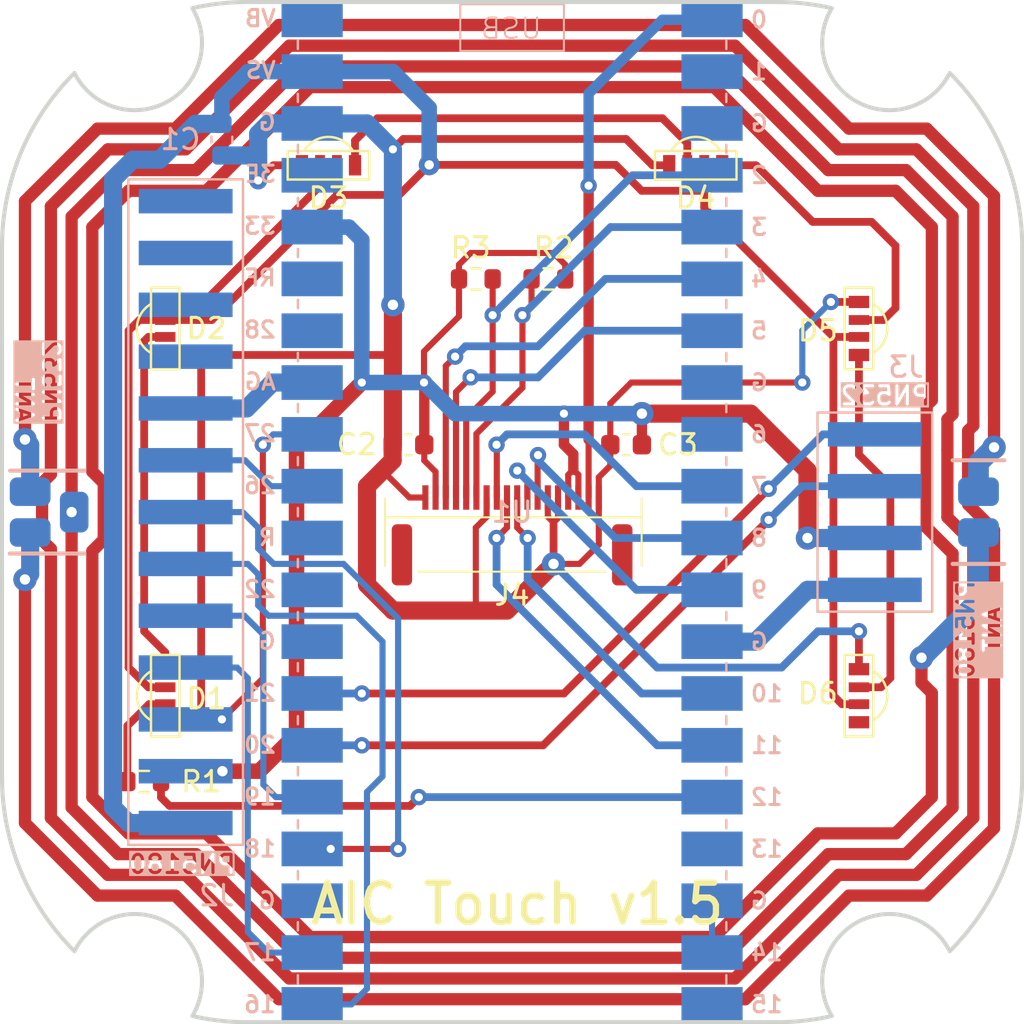
<source format=kicad_pcb>
(kicad_pcb (version 20221018) (generator pcbnew)
  (title_block (title "AIC Pico with PN5180"))
  (layers (0 "F.Cu" signal) (31 "B.Cu" signal) (34 "B.Paste" user) (35 "F.Paste" user) (36 "B.SilkS" user "B.Silkscreen") (37 "F.SilkS" user "F.Silkscreen") (38 "B.Mask" user) (39 "F.Mask" user) (44 "Edge.Cuts" user))
  (net 0 "")
  (net 1 "+5V")
  (net 2 "GND")
  (net 3 "+3V3")
  (net 4 "Net-(D1-In)")
  (net 5 "Net-(D1-Out)")
  (net 6 "Net-(D2-Out)")
  (net 7 "/RGB")
  (net 8 "Net-(D5-Out)")
  (net 10 "/LEDK")
  (net 11 "/D{slash}C")
  (net 12 "/CS")
  (net 13 "/SCK")
  (net 14 "/SDA")
  (net 15 "/RST")
  (net 16 "/TP_SCL")
  (net 17 "/TP_SDA")
  (net 18 "/TP_RST")
  (net 20 "/TP_INT")
  (net 22 "Net-(J3-SDA)")
  (net 23 "Net-(J3-SCL)")
  (net 28 "/ANT_1")
  (net 29 "Net-(J2-RST)")
  (net 30 "Net-(J2-NSS)")
  (net 31 "Net-(J2-MOSI)")
  (net 32 "Net-(J2-MISO)")
  (net 33 "Net-(J2-SCK)")
  (net 34 "Net-(J2-BUSY)")
  (net 39 "unconnected-(U1-GPIO6-Pad9)")
  (net 43 "Net-(D3-Out)")
  (net 44 "Net-(D4-Out)")
  (net 45 "Net-(U1-GPIO14)")
  (net 50 "/5180_GND")
  (net 51 "/532_GND")
  (net 52 "/ANT_2")
  (footprint "aic_pico:WS2812B-1204" (layer "F.Cu") (at 144.32 96.4 180)
    (fp_text reference "D4")
    (fp_text value "WS2812B_Unified" hide)
  )
  (footprint "aic_pico:WS2812B-1204" (layer "F.Cu") (at 152.32 104.4 90)
    (fp_text reference "D5")
    (fp_text value "WS2812B_Unified" hide)
  )
  (footprint "Resistor_SMD:R_0603_1608Metric" (layer "F.Cu") (at 137.098 101.97)
    (fp_text reference "R2")
    (fp_text value "2K" hide)
  )
  (footprint "aic_pico:WS2812B-1204" (layer "F.Cu") (at 126.32 96.4 180)
    (fp_text reference "D3")
    (fp_text value "WS2812B_Unified" hide)
  )
  (footprint "aic_pico:WS2812B-1204" (layer "F.Cu") (at 118.32 122.4 -90)
    (fp_text reference "D1")
    (fp_text value "WS2812B_Unified" hide)
  )
  (footprint "Capacitor_SMD:C_0603_1608Metric" (layer "F.Cu") (at 140.908 110.098 180)
    (fp_text reference "C3")
    (fp_text value "0.1uF" hide)
  )
  (footprint "Resistor_SMD:R_0603_1608Metric" (layer "F.Cu") (at 117.286 126.608)
    (fp_text reference "R1")
    (fp_text value "10" hide)
  )
  (footprint "Resistor_SMD:R_0603_1608Metric" (layer "F.Cu") (at 133.542 101.97 180)
    (fp_text reference "R3")
    (fp_text value "2K" hide)
  )
  (footprint "aic_pico:FPC-0.5-1.0H-18P" (layer "F.Cu") (at 135.32 114.035)
    (fp_text reference "J4")
    (fp_text value "Display" hide)
  )
  (footprint "Capacitor_SMD:C_0603_1608Metric" (layer "F.Cu") (at 130.24 110.098 180)
    (fp_text reference "C2")
    (fp_text value "0.1uF" hide)
  )
  (footprint "aic_pico:WS2812B-1204" (layer "F.Cu") (at 152.32 122.4 90)
    (fp_text reference "D6")
    (fp_text value "WS2812B_Unified" hide)
  )
  (footprint "aic_pico:WS2812B-1204" (layer "F.Cu") (at 118.32 104.4 -90)
    (fp_text reference "D2")
    (fp_text value "WS2812B_Unified" hide)
  )
  (footprint "aic_pico:ANT_2P" (layer "B.Cu") (at 158.18 113.4)
    (fp_text reference "J1" hide)
    (fp_text value "Antenna" hide)
  )
  (footprint "aic_pico:RPi_Pico_SMD_No_USB" (layer "B.Cu") (at 135.32 113.4 180)
    (fp_text reference "U1")
    (fp_text value "Pico")
  )
  (footprint "aic_pico:ANT_3P" (layer "B.Cu") (at 111.698 113.4)
    (fp_text reference "J5" hide)
    (fp_text value "Antenna" hide)
  )
  (footprint "aic_pico:pn5180_conn" (layer "B.Cu") (at 119.32 113.4)
    (fp_text reference "J2")
    (fp_text value "PN5180" hide)
  )
  (footprint "aic_pico:pn532_conn" (layer "B.Cu") (at 153.1 113.4)
    (fp_text reference "J3")
    (fp_text value "PN532" hide)
  )
  (footprint "Capacitor_SMD:C_0603_1608Metric" (layer "B.Cu") (at 121.096 95.144819 -90)
    (fp_text reference "C1")
    (fp_text value "0.1uF" hide)
  )
  (gr_line (start 148.32 138.399999) (end 122.32 138.399999) (stroke (width 0.2)) (layer "Edge.Cuts"))
  (gr_line (start 160.32 126.399999) (end 160.32 100.399999) (stroke (width 0.2)) (layer "Edge.Cuts"))
  (gr_arc (start 119.649044 88.701025) (mid 118.410332 93.29151) (end 113.870189 91.879395) (stroke (width 0.2)) (layer "Edge.Cuts"))
  (gr_arc (start 150.990956 138.098973) (mid 152.229668 133.508486) (end 156.769811 134.920603) (stroke (width 0.2)) (layer "Edge.Cuts"))
  (gr_arc (start 110.32 100.399999) (mid 111.243048 95.784684) (end 113.870189 91.879395) (stroke (width 0.2)) (layer "Edge.Cuts"))
  (gr_arc (start 113.870189 134.920603) (mid 111.243048 131.015314) (end 110.32 126.399999) (stroke (width 0.2)) (layer "Edge.Cuts"))
  (gr_arc (start 122.32 138.399999) (mid 120.976067 138.324505) (end 119.649044 138.098973) (stroke (width 0.2)) (layer "Edge.Cuts"))
  (gr_arc (start 156.769811 91.879395) (mid 159.396952 95.784684) (end 160.32 100.399999) (stroke (width 0.2)) (layer "Edge.Cuts"))
  (gr_arc (start 160.32 126.399999) (mid 159.396952 131.015314) (end 156.769811 134.920603) (stroke (width 0.2)) (layer "Edge.Cuts"))
  (gr_arc (start 156.769811 91.879395) (mid 152.229668 93.291511) (end 150.990956 88.701025) (stroke (width 0.2)) (layer "Edge.Cuts"))
  (gr_arc (start 150.990956 138.098973) (mid 149.663933 138.324505) (end 148.32 138.399999) (stroke (width 0.2)) (layer "Edge.Cuts"))
  (gr_arc (start 113.870189 134.920603) (mid 118.410332 133.508487) (end 119.649044 138.098973) (stroke (width 0.2)) (layer "Edge.Cuts"))
  (gr_line (start 148.32 88.399999) (end 122.32 88.399999) (stroke (width 0.2)) (layer "Edge.Cuts"))
  (gr_line (start 110.32 126.399999) (end 110.32 100.399999) (stroke (width 0.2)) (layer "Edge.Cuts"))
  (gr_arc (start 148.32 88.399999) (mid 149.663933 88.475493) (end 150.990956 88.701025) (stroke (width 0.2)) (layer "Edge.Cuts"))
  (gr_arc (start 119.649044 88.701025) (mid 120.976067 88.475493) (end 122.32 88.399999) (stroke (width 0.2)) (layer "Edge.Cuts"))
  (gr_text "PN5180\nANT" (at 159.332215 119.155317 90) (layer "B.SilkS" knockout) (effects (font (size 0.8128 0.8128) (thickness 0.1524) bold) (justify bottom mirror)))
  (gr_text "PN532\nANT" (at 110.936 109.082 270) (layer "B.SilkS" knockout) (effects (font (size 0.8128 0.8128) (thickness 0.1524) bold) (justify left bottom mirror)))
  (gr_text "PN532" (at 155.891601 108.214794) (layer "B.SilkS" knockout) (effects (font (size 0.889 0.889) (thickness 0.1524) bold) (justify left bottom mirror)))
  (gr_text "PN5180" (at 121.858 131.18) (layer "B.SilkS" knockout) (effects (font (size 0.889 0.889) (thickness 0.1524) bold) (justify left bottom mirror)))
  (gr_text "AIC Touch v1.5" (at 135.574 133.72) (layer "F.SilkS") (effects (font (size 1.905 1.778) (thickness 0.3048) bold) (justify bottom)))
  (segment (start 151.489052 122.815) (end 152.32 122.815) (width 0.381) (layer "F.Cu") (net 1))
  (segment (start 131.256 96.382) (end 140.4 96.382) (width 0.381) (layer "F.Cu") (net 1))
  (segment (start 141.67 97.652) (end 144.735 97.652) (width 0.381) (layer "F.Cu") (net 1))
  (segment (start 151.068 104.815) (end 152.32 104.815) (width 0.381) (layer "F.Cu") (net 1))
  (segment (start 151.068 122.393948) (end 151.489052 122.815) (width 0.381) (layer "F.Cu") (net 1))
  (segment (start 144.735 96.4) (end 144.735 98.482) (width 0.381) (layer "F.Cu") (net 1))
  (segment (start 129.783 97.855) (end 126.735 97.855) (width 0.381) (layer "F.Cu") (net 1))
  (segment (start 131.256 96.382) (end 129.783 97.855) (width 0.381) (layer "F.Cu") (net 1))
  (segment (start 118.32 103.985) (end 117.049 103.985) (width 0.381) (layer "F.Cu") (net 1))
  (segment (start 126.735 96.4) (end 126.735 97.855) (width 0.381) (layer "F.Cu") (net 1))
  (segment (start 126.735 97.855) (end 120.605 103.985) (width 0.381) (layer "F.Cu") (net 1))
  (segment (start 120.605 103.985) (end 118.32 103.985) (width 0.381) (layer "F.Cu") (net 1))
  (segment (start 140.4 96.382) (end 141.67 97.652) (width 0.381) (layer "F.Cu") (net 1))
  (segment (start 144.735 98.482) (end 151.068 104.815) (width 0.381) (layer "F.Cu") (net 1))
  (segment (start 117.489 121.985) (end 118.32 121.985) (width 0.381) (layer "F.Cu") (net 1))
  (segment (start 116.524 104.51) (end 116.524 121.02) (width 0.381) (layer "F.Cu") (net 1))
  (segment (start 151.068 104.815) (end 151.068 122.393948) (width 0.381) (layer "F.Cu") (net 1))
  (segment (start 117.049 103.985) (end 116.524 104.51) (width 0.381) (layer "F.Cu") (net 1))
  (segment (start 116.524 121.02) (end 117.489 121.985) (width 0.381) (layer "F.Cu") (net 1))
  (via (at 131.256 96.382) (size 1.016) (drill 0.4572) (layers "F.Cu" "B.Cu") (net 1))
  (segment (start 116.524 128.64) (end 115.762 127.878) (width 0.889) (layer "B.Cu") (net 1))
  (segment (start 119.806181 94.369819) (end 121.096 94.369819) (width 0.889) (layer "B.Cu") (net 1))
  (segment (start 122.366 91.81) (end 121.096 93.08) (width 0.762) (layer "B.Cu") (net 1))
  (segment (start 125.52 91.81) (end 122.366 91.81) (width 0.762) (layer "B.Cu") (net 1))
  (segment (start 119.32 128.64) (end 116.524 128.64) (width 0.889) (layer "B.Cu") (net 1))
  (segment (start 131.256 96.382) (end 131.256 93.588) (width 0.762) (layer "B.Cu") (net 1))
  (segment (start 131.256 93.588) (end 129.478 91.81) (width 0.762) (layer "B.Cu") (net 1))
  (segment (start 116.7272 96.128) (end 118.048 96.128) (width 0.889) (layer "B.Cu") (net 1))
  (segment (start 115.762 127.878) (end 115.762 97.0932) (width 0.889) (layer "B.Cu") (net 1))
  (segment (start 129.478 91.81) (end 125.52 91.81) (width 0.762) (layer "B.Cu") (net 1))
  (segment (start 118.048 96.128) (end 119.806181 94.369819) (width 0.889) (layer "B.Cu") (net 1))
  (segment (start 121.096 93.08) (end 121.096 94.369819) (width 0.762) (layer "B.Cu") (net 1))
  (segment (start 115.762 97.0932) (end 116.7272 96.128) (width 0.889) (layer "B.Cu") (net 1))
  (segment (start 118.32 123.7) (end 119.432 123.7) (width 0.381) (layer "F.Cu") (net 2))
  (segment (start 137.07 112.685) (end 137.07 113.626) (width 0.3) (layer "F.Cu") (net 2))
  (segment (start 133.542 114.162) (end 133.542 118.226) (width 0.3) (layer "F.Cu") (net 2))
  (segment (start 137.57 113.69) (end 137.352 113.908) (width 0.3) (layer "F.Cu") (net 2))
  (segment (start 129.986 95.112) (end 140.908 95.112) (width 0.381) (layer "F.Cu") (net 2))
  (segment (start 137.07 113.626) (end 137.352 113.908) (width 0.3) (layer "F.Cu") (net 2))
  (segment (start 131.07 112.685) (end 130.287 112.685) (width 0.3) (layer "F.Cu") (net 2))
  (segment (start 134.07 112.685) (end 134.07 113.634) (width 0.3) (layer "F.Cu") (net 2))
  (segment (start 119.432 123.7) (end 120.08 123.052) (width 0.381) (layer "F.Cu") (net 2))
  (segment (start 128.208 116.956) (end 128.208 112.13) (width 0.889) (layer "F.Cu") (net 2))
  (segment (start 118.32 105.7) (end 129.478 105.7) (width 0.381) (layer "F.Cu") (net 2))
  (segment (start 137.352 115.94) (end 138.622 115.94) (width 0.3) (layer "F.Cu") (net 2))
  (segment (start 123.618 96.4) (end 125.02 96.4) (width 0.381) (layer "F.Cu") (net 2))
  (segment (start 129.478 118.226) (end 135.066 118.226) (width 0.889) (layer "F.Cu") (net 2))
  (segment (start 140.908 95.112) (end 142.196 96.4) (width 0.381) (layer "F.Cu") (net 2))
  (segment (start 129.478 118.226) (end 128.208 116.956) (width 0.889) (layer "F.Cu") (net 2))
  (segment (start 137.352 115.94) (end 137.352 113.908) (width 0.381) (layer "F.Cu") (net 2))
  (segment (start 142.196 96.4) (end 143.02 96.4) (width 0.381) (layer "F.Cu") (net 2))
  (segment (start 134.07 113.634) (end 133.542 114.162) (width 0.3) (layer "F.Cu") (net 2))
  (segment (start 129.465 110.873) (end 129.465 110.098) (width 0.889) (layer "F.Cu") (net 2))
  (segment (start 139.57 111.69) (end 139.57 112.685) (width 0.3) (layer "F.Cu") (net 2))
  (segment (start 140.133 110.098) (end 140.133 111.127) (width 0.3) (layer "F.Cu") (net 2))
  (segment (start 129.478 95.62) (end 129.986 95.112) (width 0.381) (layer "F.Cu") (net 2))
  (segment (start 149.544 107.05) (end 141.162 107.05) (width 0.3) (layer "F.Cu") (net 2))
  (segment (start 139.57 114.992) (end 139.57 112.685) (width 0.3) (layer "F.Cu") (net 2))
  (segment (start 140.133 111.127) (end 139.57 111.69) (width 0.3) (layer "F.Cu") (net 2))
  (segment (start 122.874 97.144) (end 123.618 96.4) (width 0.381) (layer "F.Cu") (net 2))
  (segment (start 130.287 112.685) (end 128.97 111.368) (width 0.3) (layer "F.Cu") (net 2))
  (segment (start 150.945803 103.1) (end 152.32 103.1) (width 0.381) (layer "F.Cu") (net 2))
  (segment (start 135.066 118.226) (end 137.352 115.94) (width 0.889) (layer "F.Cu") (net 2))
  (segment (start 141.162 107.05) (end 140.133 108.079) (width 0.3) (layer "F.Cu") (net 2))
  (segment (start 137.57 112.685) (end 137.57 113.69) (width 0.3) (layer "F.Cu") (net 2))
  (segment (start 120.08 123.052) (end 120.08 105.7) (width 0.381) (layer "F.Cu") (net 2))
  (segment (start 152.32 119.242) (end 152.32 121.1) (width 0.381) (layer "F.Cu") (net 2))
  (segment (start 140.133 108.079) (end 140.133 110.098) (width 0.3) (layer "F.Cu") (net 2))
  (segment (start 129.478 110.085) (end 129.465 110.098) (width 0.5) (layer "F.Cu") (net 2))
  (segment (start 129.478 110.085) (end 129.478 103.24) (width 0.889) (layer "F.Cu") (net 2))
  (segment (start 128.208 112.13) (end 129.465 110.873) (width 0.889) (layer "F.Cu") (net 2))
  (segment (start 138.622 115.94) (end 139.57 114.992) (width 0.3) (layer "F.Cu") (net 2))
  (via (at 137.352 115.94) (size 1.143) (drill 0.508) (layers "F.Cu" "B.Cu") (net 2))
  (via (at 122.874 97.144) (size 0.8) (drill 0.4) (layers "F.Cu" "B.Cu") (net 2))
  (via (at 152.32 119.242) (size 0.8) (drill 0.4) (layers "F.Cu" "B.Cu") (net 2))
  (via (at 129.478 95.62) (size 0.8) (drill 0.4) (layers "F.Cu" "B.Cu") (net 2))
  (via (at 150.945803 103.1) (size 0.8) (drill 0.4) (layers "F.Cu" "B.Cu") (net 2))
  (via (at 149.544 107.05) (size 0.8) (drill 0.4) (layers "F.Cu" "B.Cu") (net 2))
  (via (at 129.478 103.24) (size 1.143) (drill 0.508) (layers "F.Cu" "B.Cu") (net 2))
  (segment (start 137.352 115.94) (end 142.432 121.02) (width 0.381) (layer "B.Cu") (net 2))
  (segment (start 122.874 95.919819) (end 121.096 95.919819) (width 0.889) (layer "B.Cu") (net 2))
  (segment (start 123.382 94.35) (end 125.52 94.35) (width 0.889) (layer "B.Cu") (net 2))
  (segment (start 142.432 121.02) (end 148.528 121.02) (width 0.381) (layer "B.Cu") (net 2))
  (segment (start 149.544 107.05) (end 149.544 104.501803) (width 0.3) (layer "B.Cu") (net 2))
  (segment (start 128.208 94.35) (end 125.52 94.35) (width 0.889) (layer "B.Cu") (net 2))
  (segment (start 129.478 103.24) (end 129.478 95.62) (width 0.889) (layer "B.Cu") (net 2))
  (segment (start 148.528 121.02) (end 150.306 119.242) (width 0.381) (layer "B.Cu") (net 2))
  (segment (start 122.874 97.144) (end 122.874 94.858) (width 0.889) (layer "B.Cu") (net 2))
  (segment (start 149.544 104.501803) (end 150.945803 103.1) (width 0.3) (layer "B.Cu") (net 2))
  (segment (start 122.874 94.858) (end 123.382 94.35) (width 0.889) (layer "B.Cu") (net 2))
  (segment (start 150.306 119.242) (end 152.32 119.242) (width 0.381) (layer "B.Cu") (net 2))
  (segment (start 129.478 95.62) (end 128.208 94.35) (width 0.889) (layer "B.Cu") (net 2))
  (segment (start 149.798 111.368) (end 149.798 114.67) (width 0.889) (layer "F.Cu") (net 3))
  (segment (start 147.004 108.574) (end 149.798 111.368) (width 0.889) (layer "F.Cu") (net 3))
  (segment (start 137.86 110.098) (end 137.86 108.574) (width 0.508) (layer "F.Cu") (net 3))
  (segment (start 131.015 110.098) (end 131.015 110.870119) (width 0.3) (layer "F.Cu") (net 3))
  (segment (start 121.1214 126.1) (end 122.9248 126.1) (width 0.762) (layer "F.Cu") (net 3))
  (segment (start 138.321409 111.321409) (end 138.07 111.572818) (width 0.3) (layer "F.Cu") (net 3))
  (segment (start 138.57 111.57) (end 138.57 112.685) (width 0.3) (layer "F.Cu") (net 3))
  (segment (start 138.321409 110.559409) (end 137.86 110.098) (width 0.508) (layer "F.Cu") (net 3))
  (segment (start 131.015 107.063) (end 131.015 110.098) (width 0.508) (layer "F.Cu") (net 3))
  (segment (start 131.015 110.870119) (end 131.57 111.425119) (width 0.3) (layer "F.Cu") (net 3))
  (segment (start 131.002 105.526) (end 132.717 103.811) (width 0.3) (layer "F.Cu") (net 3))
  (segment (start 141.683 108.574) (end 141.683 110.098) (width 0.508) (layer "F.Cu") (net 3))
  (segment (start 132.717 103.811) (end 132.717 101.97) (width 0.3) (layer "F.Cu") (net 3))
  (segment (start 138.321409 111.321409) (end 138.57 111.57) (width 0.3) (layer "F.Cu") (net 3))
  (segment (start 122.9248 126.1) (end 124.7536 124.2712) (width 0.762) (layer "F.Cu") (net 3))
  (segment (start 124.7536 110.2504) (end 127.954 107.05) (width 0.762) (layer "F.Cu") (net 3))
  (segment (start 131.002 107.05) (end 131.002 105.526) (width 0.3) (layer "F.Cu") (net 3))
  (segment (start 133.288 100.7) (end 137.352 100.7) (width 0.3) (layer "F.Cu") (net 3))
  (segment (start 137.352 100.7) (end 137.923 101.271) (width 0.3) (layer "F.Cu") (net 3))
  (segment (start 138.07 111.572818) (end 138.07 112.685) (width 0.3) (layer "F.Cu") (net 3))
  (segment (start 124.7536 124.2712) (end 124.7536 110.2504) (width 0.762) (layer "F.Cu") (net 3))
  (segment (start 137.923 101.271) (end 137.923 101.97) (width 0.3) (layer "F.Cu") (net 3))
  (segment (start 141.683 108.574) (end 147.004 108.574) (width 0.889) (layer "F.Cu") (net 3))
  (segment (start 131.57 111.425119) (end 131.57 112.685) (width 0.3) (layer "F.Cu") (net 3))
  (segment (start 132.717 101.271) (end 133.288 100.7) (width 0.3) (layer "F.Cu") (net 3))
  (segment (start 131.002 107.05) (end 131.015 107.063) (width 0.3) (layer "F.Cu") (net 3))
  (segment (start 132.717 101.97) (end 132.717 101.271) (width 0.3) (layer "F.Cu") (net 3))
  (segment (start 138.321409 111.321409) (end 138.321409 110.559409) (width 0.508) (layer "F.Cu") (net 3))
  (via (at 137.86 108.574) (size 0.8) (drill 0.4) (layers "F.Cu" "B.Cu") (net 3))
  (via (at 141.683 108.574) (size 1.143) (drill 0.508) (layers "F.Cu" "B.Cu") (net 3))
  (via (at 149.798 114.67) (size 1.143) (drill 0.508) (layers "F.Cu" "B.Cu") (net 3))
  (via (at 127.954 107.05) (size 0.8) (drill 0.4) (layers "F.Cu" "B.Cu") (net 3))
  (via (at 131.002 107.05) (size 0.8) (drill 0.4) (layers "F.Cu" "B.Cu") (net 3))
  (via (at 121.1214 126.1) (size 1.016) (drill 0.508) (layers "F.Cu" "B.Cu") (net 3))
  (segment (start 127.954 100.065) (end 127.319 99.43) (width 0.762) (layer "B.Cu") (net 3))
  (segment (start 127.319 99.43) (end 125.52 99.43) (width 0.762) (layer "B.Cu") (net 3))
  (segment (start 132.526 108.574) (end 131.002 107.05) (width 0.762) (layer "B.Cu") (net 3))
  (segment (start 131.002 107.05) (end 127.954 107.05) (width 0.762) (layer "B.Cu") (net 3))
  (segment (start 127.954 107.05) (end 127.954 100.065) (width 0.762) (layer "B.Cu") (net 3))
  (segment (start 149.798 114.67) (end 153.1 114.67) (width 0.889) (layer "B.Cu") (net 3))
  (segment (start 141.683 108.574) (end 132.526 108.574) (width 0.762) (layer "B.Cu") (net 3))
  (segment (start 116.461 123.877) (end 117.523 122.815) (width 0.381) (layer "F.Cu") (net 4))
  (segment (start 116.461 126.608) (end 116.461 123.877) (width 0.381) (layer "F.Cu") (net 4))
  (segment (start 117.523 122.815) (end 118.32 122.815) (width 0.381) (layer "F.Cu") (net 4))
  (segment (start 117.286 105.018) (end 117.489 104.815) (width 0.381) (layer "F.Cu") (net 5))
  (segment (start 117.489 104.815) (end 118.32 104.815) (width 0.381) (layer "F.Cu") (net 5))
  (segment (start 118.32 121.1) (end 118.32 120.276) (width 0.381) (layer "F.Cu") (net 5))
  (segment (start 118.32 120.276) (end 117.286 119.242) (width 0.381) (layer "F.Cu") (net 5))
  (segment (start 117.286 119.242) (end 117.286 105.018) (width 0.381) (layer "F.Cu") (net 5))
  (segment (start 125.905 97.415) (end 125.905 96.4) (width 0.381) (layer "F.Cu") (net 6))
  (segment (start 120.22 103.1) (end 125.905 97.415) (width 0.381) (layer "F.Cu") (net 6))
  (segment (start 118.32 103.1) (end 120.22 103.1) (width 0.381) (layer "F.Cu") (net 6))
  (segment (start 118.111 127.3822) (end 118.111 126.608) (width 0.381) (layer "F.Cu") (net 7))
  (segment (start 130.748 127.37) (end 130.3162 127.8018) (width 0.381) (layer "F.Cu") (net 7))
  (segment (start 118.5306 127.8018) (end 118.111 127.3822) (width 0.381) (layer "F.Cu") (net 7))
  (segment (start 130.3162 127.8018) (end 118.5306 127.8018) (width 0.381) (layer "F.Cu") (net 7))
  (via (at 130.748 127.37) (size 0.8) (drill 0.4) (layers "F.Cu" "B.Cu") (net 7))
  (segment (start 130.748 127.37) (end 145.12 127.37) (width 0.381) (layer "B.Cu") (net 7))
  (segment (start 152.32 110.588) (end 153.862 112.13) (width 0.381) (layer "F.Cu") (net 8))
  (segment (start 152.32 105.7) (end 152.32 110.588) (width 0.381) (layer "F.Cu") (net 8))
  (segment (start 153.862 121.528) (end 153.405 121.985) (width 0.381) (layer "F.Cu") (net 8))
  (segment (start 153.405 121.985) (end 152.32 121.985) (width 0.381) (layer "F.Cu") (net 8))
  (segment (start 153.862 112.13) (end 153.862 121.528) (width 0.381) (layer "F.Cu") (net 8))
  (segment (start 139.07 109.844) (end 139.07 112.685) (width 0.3) (layer "F.Cu") (net 10))
  (segment (start 139.07 97.398) (end 139.07 109.844) (width 0.508) (layer "F.Cu") (net 10))
  (via (at 139.07 97.398) (size 0.8) (drill 0.4) (layers "F.Cu" "B.Cu") (net 10))
  (segment (start 139.07 92.886) (end 142.686 89.27) (width 0.508) (layer "B.Cu") (net 10))
  (segment (start 142.686 89.27) (end 145.12 89.27) (width 0.508) (layer "B.Cu") (net 10))
  (segment (start 139.07 97.398) (end 139.07 92.886) (width 0.508) (layer "B.Cu") (net 10))
  (segment (start 136.57 110.626) (end 136.57 112.685) (width 0.3) (layer "F.Cu") (net 11))
  (segment (start 136.59 110.606) (end 136.57 110.626) (width 0.3) (layer "F.Cu") (net 11))
  (via (at 136.59 110.606) (size 0.8) (drill 0.4) (layers "F.Cu" "B.Cu") (net 11))
  (segment (start 140.38 114.67) (end 145.12 114.67) (width 0.381) (layer "B.Cu") (net 11))
  (segment (start 136.59 110.606) (end 136.59 110.88) (width 0.381) (layer "B.Cu") (net 11))
  (segment (start 136.59 110.88) (end 140.38 114.67) (width 0.381) (layer "B.Cu") (net 11))
  (segment (start 136.07 112.685) (end 136.07 111.864) (width 0.3) (layer "F.Cu") (net 12))
  (segment (start 136.07 111.864) (end 135.574 111.368) (width 0.3) (layer "F.Cu") (net 12))
  (via (at 135.574 111.368) (size 0.8) (drill 0.4) (layers "F.Cu" "B.Cu") (net 12))
  (segment (start 141.416 117.21) (end 145.12 117.21) (width 0.381) (layer "B.Cu") (net 12))
  (segment (start 135.574 111.368) (end 141.416 117.21) (width 0.381) (layer "B.Cu") (net 12))
  (segment (start 136.082 114.67) (end 135.57 114.158) (width 0.3) (layer "F.Cu") (net 13))
  (segment (start 135.57 114.158) (end 135.57 112.685) (width 0.3) (layer "F.Cu") (net 13))
  (via (at 136.082 114.67) (size 0.8) (drill 0.4) (layers "F.Cu" "B.Cu") (net 13))
  (segment (start 141.67 122.29) (end 145.12 122.29) (width 0.381) (layer "B.Cu") (net 13))
  (segment (start 136.082 114.67) (end 136.082 116.702) (width 0.381) (layer "B.Cu") (net 13))
  (segment (start 136.082 116.702) (end 141.67 122.29) (width 0.381) (layer "B.Cu") (net 13))
  (segment (start 135.07 114.158) (end 135.07 112.685) (width 0.3) (layer "F.Cu") (net 14))
  (segment (start 134.558 114.67) (end 135.07 114.158) (width 0.3) (layer "F.Cu") (net 14))
  (via (at 134.558 114.67) (size 0.8) (drill 0.4) (layers "F.Cu" "B.Cu") (net 14))
  (segment (start 142.432 124.83) (end 145.12 124.83) (width 0.381) (layer "B.Cu") (net 14))
  (segment (start 134.558 116.956) (end 142.432 124.83) (width 0.381) (layer "B.Cu") (net 14))
  (segment (start 134.558 114.67) (end 134.558 116.956) (width 0.381) (layer "B.Cu") (net 14))
  (segment (start 134.57 110.11) (end 134.57 112.685) (width 0.3) (layer "F.Cu") (net 15))
  (segment (start 134.558 110.098) (end 134.57 110.11) (width 0.3) (layer "F.Cu") (net 15))
  (via (at 134.558 110.098) (size 0.8) (drill 0.4) (layers "F.Cu" "B.Cu") (net 15))
  (segment (start 135.066 109.59) (end 138.876 109.59) (width 0.381) (layer "B.Cu") (net 15))
  (segment (start 134.558 110.098) (end 135.066 109.59) (width 0.381) (layer "B.Cu") (net 15))
  (segment (start 138.876 109.59) (end 141.416 112.13) (width 0.381) (layer "B.Cu") (net 15))
  (segment (start 141.416 112.13) (end 145.12 112.13) (width 0.381) (layer "B.Cu") (net 15))
  (segment (start 135.828 103.748) (end 136.273 103.303) (width 0.3) (layer "F.Cu") (net 16))
  (segment (start 135.828 107.304) (end 133.57 109.562) (width 0.3) (layer "F.Cu") (net 16))
  (segment (start 135.828 103.748) (end 135.828 107.304) (width 0.3) (layer "F.Cu") (net 16))
  (segment (start 133.57 109.562) (end 133.57 112.685) (width 0.3) (layer "F.Cu") (net 16))
  (segment (start 136.273 103.303) (end 136.273 101.97) (width 0.3) (layer "F.Cu") (net 16))
  (via (at 135.828 103.748) (size 0.8) (drill 0.4) (layers "F.Cu" "B.Cu") (net 16))
  (segment (start 135.828 103.748) (end 140.146 99.43) (width 0.381) (layer "B.Cu") (net 16))
  (segment (start 140.146 99.43) (end 145.12 99.43) (width 0.381) (layer "B.Cu") (net 16))
  (segment (start 134.367 103.748) (end 134.367 107.495) (width 0.3) (layer "F.Cu") (net 17))
  (segment (start 134.367 107.495) (end 133.07 108.792) (width 0.3) (layer "F.Cu") (net 17))
  (segment (start 133.07 108.792) (end 133.07 112.685) (width 0.3) (layer "F.Cu") (net 17))
  (segment (start 134.367 103.748) (end 134.367 101.97) (width 0.3) (layer "F.Cu") (net 17))
  (via (at 134.367 103.748) (size 0.8) (drill 0.4) (layers "F.Cu" "B.Cu") (net 17))
  (segment (start 141.225 96.89) (end 145.12 96.89) (width 0.381) (layer "B.Cu") (net 17))
  (segment (start 134.367 103.748) (end 141.225 96.89) (width 0.381) (layer "B.Cu") (net 17))
  (segment (start 133.288 106.796) (end 132.57 107.514) (width 0.3) (layer "F.Cu") (net 18))
  (segment (start 132.57 107.514) (end 132.57 112.685) (width 0.3) (layer "F.Cu") (net 18))
  (via (at 133.288 106.796) (size 0.8) (drill 0.4) (layers "F.Cu" "B.Cu") (net 18))
  (segment (start 133.288 106.796) (end 136.59 106.796) (width 0.381) (layer "B.Cu") (net 18))
  (segment (start 136.59 106.796) (end 138.876 104.51) (width 0.381) (layer "B.Cu") (net 18))
  (segment (start 138.876 104.51) (end 145.12 104.51) (width 0.381) (layer "B.Cu") (net 18))
  (segment (start 132.07 106.236) (end 132.07 112.685) (width 0.3) (layer "F.Cu") (net 20))
  (segment (start 132.526 105.78) (end 132.07 106.236) (width 0.3) (layer "F.Cu") (net 20))
  (via (at 132.526 105.78) (size 0.8) (drill 0.4) (layers "F.Cu" "B.Cu") (net 20))
  (segment (start 133.034 105.272) (end 136.59 105.272) (width 0.381) (layer "B.Cu") (net 20))
  (segment (start 132.526 105.78) (end 133.034 105.272) (width 0.381) (layer "B.Cu") (net 20))
  (segment (start 139.892 101.97) (end 145.12 101.97) (width 0.381) (layer "B.Cu") (net 20))
  (segment (start 136.59 105.272) (end 139.892 101.97) (width 0.381) (layer "B.Cu") (net 20))
  (segment (start 136.844 124.83) (end 127.954 124.83) (width 0.381) (layer "F.Cu") (net 22))
  (segment (start 147.893 113.781) (end 136.844 124.83) (width 0.381) (layer "F.Cu") (net 22))
  (via (at 147.893 113.781) (size 0.8) (drill 0.4) (layers "F.Cu" "B.Cu") (net 22))
  (via (at 127.954 124.83) (size 0.8) (drill 0.4) (layers "F.Cu" "B.Cu") (net 22))
  (segment (start 149.544 112.13) (end 153.1 112.13) (width 0.381) (layer "B.Cu") (net 22))
  (segment (start 125.52 124.83) (end 127.954 124.83) (width 0.381) (layer "B.Cu") (net 22))
  (segment (start 147.893 113.781) (end 149.544 112.13) (width 0.381) (layer "B.Cu") (net 22))
  (segment (start 147.893 112.257) (end 137.86 122.29) (width 0.381) (layer "F.Cu") (net 23))
  (segment (start 137.86 122.29) (end 127.954 122.29) (width 0.381) (layer "F.Cu") (net 23))
  (via (at 127.954 122.29) (size 0.8) (drill 0.4) (layers "F.Cu" "B.Cu") (net 23))
  (via (at 147.893 112.257) (size 0.8) (drill 0.4) (layers "F.Cu" "B.Cu") (net 23))
  (segment (start 125.52 122.29) (end 127.954 122.29) (width 0.381) (layer "B.Cu") (net 23))
  (segment (start 150.56 109.59) (end 153.1 109.59) (width 0.381) (layer "B.Cu") (net 23))
  (segment (start 147.893 112.257) (end 150.56 109.59) (width 0.381) (layer "B.Cu") (net 23))
  (segment (start 112.714 98.414) (end 112.714 111.5458) (width 0.6) (layer "F.Cu") (net 28))
  (segment (start 111.444 128.64) (end 111.444 116.702) (width 0.6) (layer "F.Cu") (net 28))
  (segment locked (start 150.306 97.652) (end 154.116 97.652) (width 0.6) (layer "F.Cu") (net 28))
  (segment (start 155.64 109.844) (end 155.64 108.1676) (width 0.6) (layer "F.Cu") (net 28))
  (segment locked (start 154.116 129.148) (end 150.306 129.148) (width 0.6) (layer "F.Cu") (net 28))
  (segment (start 112.714 115.2034) (end 112.714 128.386) (width 0.6) (layer "F.Cu") (net 28))
  (segment locked (start 116.016 96.636) (end 119.826 96.636) (width 0.6) (layer "F.Cu") (net 28))
  (segment locked (start 145.226 134.228) (end 125.414 134.228) (width 0.6) (layer "F.Cu") (net 28))
  (segment (start 112.2822 111.9776) (end 112.2822 114.7716) (width 0.6) (layer "F.Cu") (net 28))
  (segment locked (start 156.656 110.352) (end 156.656 113.654) (width 0.6) (layer "F.Cu") (net 28))
  (segment locked (start 158.942 114.289) (end 158.942 128.894) (width 0.6) (layer "F.Cu") (net 28))
  (segment locked (start 114.746 99.43) (end 116.524 97.652) (width 0.6) (layer "F.Cu") (net 28))
  (segment (start 155.64 108.1676) (end 155.894 107.9136) (width 0.6) (layer "F.Cu") (net 28))
  (segment (start 114.746 111.4188) (end 115.3048 111.9776) (width 0.6) (layer "F.Cu") (net 28))
  (segment locked (start 151.83 132.196) (end 146.75 137.276) (width 0.6) (layer "F.Cu") (net 28))
  (segment locked (start 112.714 98.414) (end 115.508 95.62) (width 0.6) (layer "F.Cu") (net 28))
  (segment locked (start 119.318 131.18) (end 115.508 131.18) (width 0.6) (layer "F.Cu") (net 28))
  (segment locked (start 157.926 114.924) (end 157.926 128.386) (width 0.6) (layer "F.Cu") (net 28))
  (segment (start 114.746 115.305) (end 114.746 127.37) (width 0.6) (layer "F.Cu") (net 28))
  (segment locked (start 156.91 127.878) (end 154.624 130.164) (width 0.6) (layer "F.Cu") (net 28))
  (segment locked (start 119.318 95.62) (end 124.398 90.54) (width 0.6) (layer "F.Cu") (net 28))
  (segment (start 114.746 99.43) (end 114.746 111.4188) (width 0.6) (layer "F.Cu") (net 28))
  (segment locked (start 145.226 92.572) (end 150.306 97.652) (width 0.6) (layer "F.Cu") (net 28))
  (segment locked (start 146.242 136.26) (end 124.398 136.26) (width 0.6) (layer "F.Cu") (net 28))
  (segment locked (start 124.906 91.556) (end 145.734 91.556) (width 0.6) (layer "F.Cu") (net 28))
  (segment (start 156.91 98.922) (end 156.91 108.5994) (width 0.6) (layer "F.Cu") (net 28))
  (segment locked (start 154.624 130.164) (end 150.814 130.164) (width 0.6) (layer "F.Cu") (net 28))
  (segment locked (start 150.814 96.636) (end 154.624 96.636) (width 0.6) (layer "F.Cu") (net 28))
  (segment locked (start 155.64 114.162) (end 156.91 115.432) (width 0.6) (layer "F.Cu") (net 28))
  (segment locked (start 155.64 109.844) (end 155.64 114.162) (width 0.6) (layer "F.Cu") (net 28))
  (segment (start 111.698 128.894) (end 111.444 128.64) (width 0.6) (layer "F.Cu") (net 28))
  (segment locked (start 116.524 97.652) (end 120.334 97.652) (width 0.6) (layer "F.Cu") (net 28))
  (segment locked (start 125.414 92.572) (end 145.226 92.572) (width 0.6) (layer "F.Cu") (net 28))
  (segment (start 157.672 109.4122) (end 157.926 109.1582) (width 0.6) (layer "F.Cu") (net 28))
  (segment locked (start 155.132 95.62) (end 157.926 98.414) (width 0.6) (layer "F.Cu") (net 28))
  (segment locked (start 158.942 128.894) (end 155.64 132.196) (width 0.6) (layer "F.Cu") (net 28))
  (segment locked (start 156.656 113.654) (end 157.926 114.924) (width 0.6) (layer "F.Cu") (net 28))
  (segment locked (start 150.814 130.164) (end 145.734 135.244) (width 0.6) (layer "F.Cu") (net 28))
  (segment locked (start 156.91 115.432) (end 156.91 127.878) (width 0.6) (layer "F.Cu") (net 28))
  (segment locked (start 120.334 97.652) (end 125.414 92.572) (width 0.6) (layer "F.Cu") (net 28))
  (segment locked (start 155.64 132.196) (end 151.83 132.196) (width 0.6) (layer "F.Cu") (net 28))
  (segment (start 112.2822 114.7716) (end 112.714 115.2034) (width 0.6) (layer "F.Cu") (net 28))
  (segment locked (start 154.116 97.652) (end 155.894 99.43) (width 0.6) (layer "F.Cu") (net 28))
  (segment locked (start 115 132.196) (end 111.698 128.894) (width 0.6) (layer "F.Cu") (net 28))
  (segment locked (start 120.334 129.148) (end 116.524 129.148) (width 0.6) (layer "F.Cu") (net 28))
  (segment locked (start 119.826 96.636) (end 124.906 91.556) (width 0.6) (layer "F.Cu") (net 28))
  (segment (start 156.656 110.352) (end 156.656 108.8534) (width 0.6) (layer "F.Cu") (net 28))
  (segment (start 115.3048 114.7462) (end 114.746 115.305) (width 0.6) (layer "F.Cu") (net 28))
  (segment (start 115.3048 111.9776) (end 115.3048 114.7462) (width 0.6) (layer "F.Cu") (net 28))
  (segment locked (start 151.322 95.62) (end 155.132 95.62) (width 0.6) (layer "F.Cu") (net 28))
  (segment locked (start 116.524 129.148) (end 114.746 127.37) (width 0.6) (layer "F.Cu") (net 28))
  (segment locked (start 151.322 131.18) (end 146.242 136.26) (width 0.6) (layer "F.Cu") (net 28))
  (segment locked (start 124.398 90.54) (end 146.242 90.54) (width 0.6) (layer "F.Cu") (net 28))
  (segment locked (start 116.016 130.164) (end 113.73 127.878) (width 0.6) (layer "F.Cu") (net 28))
  (segment (start 113.73 98.922) (end 113.73 127.878) (width 0.6) (layer "F.Cu") (net 28))
  (segment (start 155.386 121.7566) (end 155.894 122.2646) (width 0.6) (layer "F.Cu") (net 28))
  (segment locked (start 146.242 90.54) (end 151.322 95.62) (width 0.6) (layer "F.Cu") (net 28))
  (segment (start 156.656 108.8534) (end 156.91 108.5994) (width 0.6) (layer "F.Cu") (net 28))
  (segment locked (start 154.624 96.636) (end 156.91 98.922) (width 0.6) (layer "F.Cu") (net 28))
  (segment locked (start 125.414 134.228) (end 120.334 129.148) (width 0.6) (layer "F.Cu") (net 28))
  (segment (start 157.672 110.86) (end 157.672 109.4122) (width 0.6) (layer "F.Cu") (net 28))
  (segment locked (start 119.826 130.164) (end 116.016 130.164) (width 0.6) (layer "F.Cu") (net 28))
  (segment (start 155.894 99.43) (end 155.894 107.9136) (width 0.6) (layer "F.Cu") (net 28))
  (segment (start 155.894 122.2646) (end 155.894 127.37) (width 0.6) (layer "F.Cu") (net 28))
  (segment (start 112.714 111.5458) (end 112.2822 111.9776) (width 0.6) (layer "F.Cu") (net 28))
  (segment locked (start 150.306 129.148) (end 145.226 134.228) (width 0.6) (layer "F.Cu") (net 28))
  (segment locked (start 118.81 132.196) (end 115 132.196) (width 0.6) (layer "F.Cu") (net 28))
  (segment locked (start 157.672 113.019) (end 158.942 114.289) (width 0.6) (layer "F.Cu") (net 28))
  (segment locked (start 145.734 91.556) (end 150.814 96.636) (width 0.6) (layer "F.Cu") (net 28))
  (segment (start 157.926 109.1582) (end 157.926 98.414) (width 0.6) (layer "F.Cu") (net 28))
  (segment locked (start 113.73 98.922) (end 116.016 96.636) (width 0.6) (layer "F.Cu") (net 28))
  (segment locked (start 115.508 131.18) (end 112.714 128.386) (width 0.6) (layer "F.Cu") (net 28))
  (segment locked (start 124.398 136.26) (end 119.318 131.18) (width 0.6) (layer "F.Cu") (net 28))
  (segment (start 157.672 110.86) (end 157.672 113.019) (width 0.6) (layer "F.Cu") (net 28))
  (segment locked (start 155.894 127.37) (end 154.116 129.148) (width 0.6) (layer "F.Cu") (net 28))
  (segment locked (start 157.926 128.386) (end 155.132 131.18) (width 0.6) (layer "F.Cu") (net 28))
  (segment locked (start 146.75 137.276) (end 123.89 137.276) (width 0.6) (layer "F.Cu") (net 28))
  (segment locked (start 145.734 135.244) (end 124.906 135.244) (width 0.6) (layer "F.Cu") (net 28))
  (segment locked (start 124.906 135.244) (end 119.826 130.164) (width 0.6) (layer "F.Cu") (net 28))
  (segment locked (start 115.508 95.62) (end 119.318 95.62) (width 0.6) (layer "F.Cu") (net 28))
  (segment (start 155.386 120.5374) (end 155.386 121.7566) (width 0.6) (layer "F.Cu") (net 28))
  (segment locked (start 123.89 137.276) (end 118.81 132.196) (width 0.6) (layer "F.Cu") (net 28))
  (segment locked (start 155.132 131.18) (end 151.322 131.18) (width 0.6) (layer "F.Cu") (net 28))
  (via (at 111.444 116.702) (size 1.143) (drill 0.508) (layers "F.Cu" "B.Cu") (net 28))
  (via (at 155.386 120.5374) (size 1.143) (drill 0.508) (layers "F.Cu" "B.Cu") (net 28))
  (via (at 113.73 113.4) (size 1.143) (drill 0.508) (layers "F.Cu" "B.Cu") (net 28))
  (segment (start 155.386 120.5374) (end 158.18 117.7434) (width 1.016) (layer "B.Cu") (net 28))
  (segment (start 158.18 117.7434) (end 158.18 114.67) (width 1.016) (layer "B.Cu") (net 28))
  (segment (start 111.444 116.702) (end 111.698 116.448) (width 0.889) (layer "B.Cu") (net 28))
  (segment (start 111.698 116.448) (end 111.698 114.4) (width 0.889) (layer "B.Cu") (net 28))
  (segment (start 121.096 123.56) (end 123.1026 121.5534) (width 0.3) (layer "F.Cu") (net 29))
  (segment (start 123.1026 121.5534) (end 123.1026 110.098) (width 0.3) (layer "F.Cu") (net 29))
  (via (at 123.1026 110.098) (size 0.8) (drill 0.4) (layers "F.Cu" "B.Cu") (net 29))
  (via (at 121.096 123.56) (size 0.8) (drill 0.4) (layers "F.Cu" "B.Cu") (net 29))
  (segment (start 123.6106 109.59) (end 125.52 109.59) (width 0.3) (layer "B.Cu") (net 29))
  (segment (start 123.1026 110.098) (end 123.6106 109.59) (width 0.3) (layer "B.Cu") (net 29))
  (segment (start 121.84 121.02) (end 122.366 121.546) (width 0.3) (layer "B.Cu") (net 30))
  (segment (start 123.382 134.99) (end 125.52 134.99) (width 0.3) (layer "B.Cu") (net 30))
  (segment (start 119.32 121.02) (end 121.84 121.02) (width 0.3) (layer "B.Cu") (net 30))
  (segment (start 122.366 133.974) (end 123.382 134.99) (width 0.3) (layer "B.Cu") (net 30))
  (segment (start 122.366 121.546) (end 122.366 133.974) (width 0.3) (layer "B.Cu") (net 30))
  (segment (start 123.128 119.408) (end 123.128 126.758) (width 0.3) (layer "B.Cu") (net 31))
  (segment (start 123.128 126.758) (end 123.74 127.37) (width 0.3) (layer "B.Cu") (net 31))
  (segment (start 119.32 118.48) (end 122.2 118.48) (width 0.3) (layer "B.Cu") (net 31))
  (segment (start 122.2 118.48) (end 123.128 119.408) (width 0.3) (layer "B.Cu") (net 31))
  (segment (start 123.74 127.37) (end 125.52 127.37) (width 0.3) (layer "B.Cu") (net 31))
  (segment (start 119.32 115.94) (end 122.366 115.94) (width 0.3) (layer "B.Cu") (net 32))
  (segment (start 122.874 116.448) (end 122.874 117.972) (width 0.3) (layer "B.Cu") (net 32))
  (segment (start 127.7 118.48) (end 128.97 119.75) (width 0.3) (layer "B.Cu") (net 32))
  (segment (start 122.366 115.94) (end 122.874 116.448) (width 0.3) (layer "B.Cu") (net 32))
  (segment (start 128.97 126.354) (end 128.208 127.116) (width 0.3) (layer "B.Cu") (net 32))
  (segment (start 127.44 137.53) (end 125.52 137.53) (width 0.3) (layer "B.Cu") (net 32))
  (segment (start 128.97 119.75) (end 128.97 126.354) (width 0.3) (layer "B.Cu") (net 32))
  (segment (start 128.208 136.762) (end 127.44 137.53) (width 0.3) (layer "B.Cu") (net 32))
  (segment (start 123.382 118.48) (end 127.7 118.48) (width 0.3) (layer "B.Cu") (net 32))
  (segment (start 128.208 127.116) (end 128.208 136.762) (width 0.3) (layer "B.Cu") (net 32))
  (segment (start 122.874 117.972) (end 123.382 118.48) (width 0.3) (layer "B.Cu") (net 32))
  (segment (start 129.732 129.91) (end 126.43 129.91) (width 0.3) (layer "F.Cu") (net 33))
  (via (at 129.732 129.91) (size 0.8) (drill 0.4) (layers "F.Cu" "B.Cu") (net 33))
  (via (at 126.43 129.91) (size 0.8) (drill 0.4) (layers "F.Cu" "B.Cu") (net 33))
  (segment (start 122.874 115.178) (end 123.636 115.94) (width 0.3) (layer "B.Cu") (net 33))
  (segment (start 127.05962 115.94) (end 129.732 118.61238) (width 0.3) (layer "B.Cu") (net 33))
  (segment (start 119.32 113.4) (end 122.112 113.4) (width 0.3) (layer "B.Cu") (net 33))
  (segment (start 122.112 113.4) (end 122.874 114.162) (width 0.3) (layer "B.Cu") (net 33))
  (segment (start 123.636 115.94) (end 127.05962 115.94) (width 0.3) (layer "B.Cu") (net 33))
  (segment (start 129.732 118.61238) (end 129.732 129.91) (width 0.3) (layer "B.Cu") (net 33))
  (segment (start 122.874 114.162) (end 122.874 115.178) (width 0.3) (layer "B.Cu") (net 33))
  (segment (start 123.5 112.13) (end 125.52 112.13) (width 0.3) (layer "B.Cu") (net 34))
  (segment (start 122.23 110.86) (end 123.5 112.13) (width 0.3) (layer "B.Cu") (net 34))
  (segment (start 119.32 110.86) (end 122.23 110.86) (width 0.3) (layer "B.Cu") (net 34))
  (segment (start 145.111 109.581) (end 145.12 109.59) (width 0.381) (layer "B.Cu") (net 39))
  (segment (start 127.62 95.192) (end 128.716 94.096) (width 0.381) (layer "F.Cu") (net 43))
  (segment (start 142.686 94.096) (end 143.905 95.315) (width 0.381) (layer "F.Cu") (net 43))
  (segment (start 128.716 94.096) (end 142.686 94.096) (width 0.381) (layer "F.Cu") (net 43))
  (segment (start 143.905 95.315) (end 143.905 96.4) (width 0.381) (layer "F.Cu") (net 43))
  (segment (start 127.62 96.4) (end 127.62 95.192) (width 0.381) (layer "F.Cu") (net 43))
  (segment (start 150.052 99.176) (end 152.943 99.176) (width 0.381) (layer "F.Cu") (net 44))
  (segment (start 152.943 99.176) (end 154.113 100.346) (width 0.381) (layer "F.Cu") (net 44))
  (segment (start 153.522 103.985) (end 152.32 103.985) (width 0.381) (layer "F.Cu") (net 44))
  (segment (start 145.62 96.4) (end 147.276 96.4) (width 0.381) (layer "F.Cu") (net 44))
  (segment (start 154.113 100.346) (end 154.113 103.394) (width 0.381) (layer "F.Cu") (net 44))
  (segment (start 154.113 103.394) (end 153.522 103.985) (width 0.381) (layer "F.Cu") (net 44))
  (segment (start 147.276 96.4) (end 150.052 99.176) (width 0.381) (layer "F.Cu") (net 44))
  (segment (start 145.12 134.99) (end 145.12 132.45) (width 0.3) (layer "B.Cu") (net 45))
  (segment (start 123.576 107.05) (end 125.52 107.05) (width 0.889) (layer "B.Cu") (net 50))
  (segment (start 122.306 108.32) (end 123.576 107.05) (width 0.889) (layer "B.Cu") (net 50))
  (segment (start 119.32 108.32) (end 122.306 108.32) (width 0.889) (layer "B.Cu") (net 50))
  (segment (start 149.798 117.21) (end 153.1 117.21) (width 0.889) (layer "B.Cu") (net 51))
  (segment (start 147.258 119.75) (end 149.798 117.21) (width 0.889) (layer "B.Cu") (net 51))
  (segment (start 145.12 119.75) (end 147.258 119.75) (width 0.889) (layer "B.Cu") (net 51))
  (segment (start 158.942 97.906) (end 158.942 110.225) (width 0.6) (layer "F.Cu") (net 52))
  (segment (start 111.444 98.16) (end 111.698 97.906) (width 0.6) (layer "F.Cu") (net 52))
  (segment locked (start 155.64 94.604) (end 158.942 97.906) (width 0.6) (layer "F.Cu") (net 52))
  (segment locked (start 118.81 94.604) (end 123.89 89.524) (width 0.6) (layer "F.Cu") (net 52))
  (segment locked (start 151.83 94.604) (end 155.64 94.604) (width 0.6) (layer "F.Cu") (net 52))
  (segment locked (start 123.89 89.524) (end 146.75 89.524) (width 0.6) (layer "F.Cu") (net 52))
  (segment locked (start 146.75 89.524) (end 151.83 94.604) (width 0.6) (layer "F.Cu") (net 52))
  (segment (start 111.444 98.16) (end 111.444 109.844) (width 0.6) (layer "F.Cu") (net 52))
  (segment locked (start 115 94.604) (end 118.81 94.604) (width 0.6) (layer "F.Cu") (net 52))
  (segment locked (start 111.698 97.906) (end 115 94.604) (width 0.6) (layer "F.Cu") (net 52))
  (via (at 158.942 110.225) (size 1.143) (drill 0.508) (layers "F.Cu" "B.Cu") (net 52))
  (via (at 111.444 109.844) (size 1.143) (drill 0.508) (layers "F.Cu" "B.Cu") (net 52))
  (segment (start 111.698 110.098) (end 111.698 112.4) (width 0.889) (layer "B.Cu") (net 52))
  (segment (start 111.444 109.844) (end 111.698 110.098) (width 0.889) (layer "B.Cu") (net 52))
  (segment (start 158.942 110.225) (end 158.18 110.987) (width 1.016) (layer "B.Cu") (net 52))
  (segment (start 158.18 110.987) (end 158.18 112.4) (width 1.016) (layer "B.Cu") (net 52))
)
</source>
